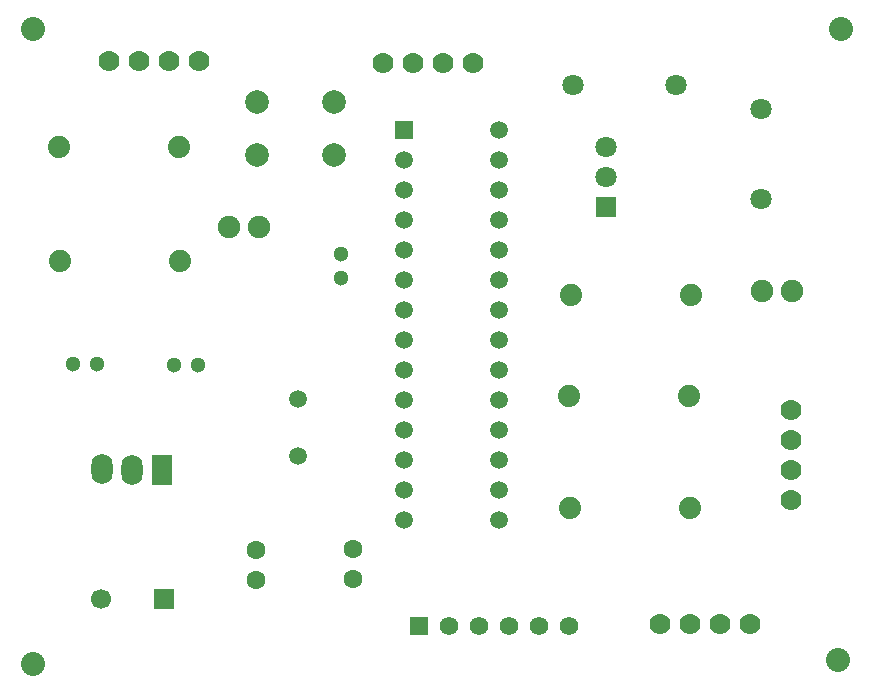
<source format=gbr>
G04*
G04 #@! TF.GenerationSoftware,Altium Limited,Altium Designer,22.4.2 (48)*
G04*
G04 Layer_Color=255*
%FSLAX25Y25*%
%MOIN*%
G70*
G04*
G04 #@! TF.SameCoordinates,05EB306F-8607-470A-85BC-A44C10D5EEA8*
G04*
G04*
G04 #@! TF.FilePolarity,Positive*
G04*
G01*
G75*
%ADD26C,0.07000*%
%ADD37C,0.07087*%
%ADD38C,0.05906*%
%ADD39R,0.05906X0.05906*%
%ADD40C,0.08000*%
%ADD41C,0.07480*%
%ADD42C,0.05118*%
%ADD43C,0.06299*%
%ADD44C,0.06200*%
%ADD45R,0.06200X0.06200*%
%ADD46R,0.06693X0.06693*%
%ADD47C,0.06693*%
%ADD48R,0.07087X0.07087*%
%ADD49C,0.07400*%
%ADD50C,0.07874*%
%ADD51O,0.07087X0.10236*%
%ADD52R,0.07087X0.10236*%
D26*
X125738Y208308D02*
D03*
X135738D02*
D03*
X145738D02*
D03*
X155737D02*
D03*
X64300Y209048D02*
D03*
X54300D02*
D03*
X44300D02*
D03*
X34300D02*
D03*
X261601Y62825D02*
D03*
Y72825D02*
D03*
Y82825D02*
D03*
Y92825D02*
D03*
X217910Y21371D02*
D03*
X227910D02*
D03*
X237910D02*
D03*
X247910D02*
D03*
D37*
X251606Y192954D02*
D03*
Y162953D02*
D03*
X223202Y200904D02*
D03*
X188949D02*
D03*
X199952Y170366D02*
D03*
Y180366D02*
D03*
D38*
X164246Y56151D02*
D03*
Y66151D02*
D03*
Y76151D02*
D03*
Y86151D02*
D03*
Y96151D02*
D03*
Y106151D02*
D03*
Y116151D02*
D03*
Y126151D02*
D03*
Y136151D02*
D03*
Y146151D02*
D03*
Y156151D02*
D03*
Y166151D02*
D03*
Y176151D02*
D03*
Y186151D02*
D03*
X132750Y56151D02*
D03*
Y66151D02*
D03*
Y76151D02*
D03*
Y86151D02*
D03*
Y96151D02*
D03*
Y106151D02*
D03*
Y116151D02*
D03*
Y126151D02*
D03*
Y136151D02*
D03*
Y146151D02*
D03*
Y156151D02*
D03*
Y166151D02*
D03*
Y176151D02*
D03*
X97245Y96498D02*
D03*
Y77285D02*
D03*
D39*
X132750Y186151D02*
D03*
D40*
X8922Y8163D02*
D03*
X277204Y9364D02*
D03*
X8922Y219523D02*
D03*
X278165Y219763D02*
D03*
D41*
X261971Y132422D02*
D03*
X251972D02*
D03*
X74405Y153608D02*
D03*
X84405D02*
D03*
D42*
X111792Y144513D02*
D03*
Y136639D02*
D03*
X63929Y107621D02*
D03*
X56055D02*
D03*
X22370Y107991D02*
D03*
X30244D02*
D03*
D43*
X115753Y46360D02*
D03*
Y36360D02*
D03*
X83178Y45990D02*
D03*
Y35990D02*
D03*
D44*
X187577Y20630D02*
D03*
X177577D02*
D03*
X167578D02*
D03*
X157578D02*
D03*
X147578D02*
D03*
D45*
X137577D02*
D03*
D46*
X52554Y29515D02*
D03*
D47*
X31754D02*
D03*
D48*
X199952Y160366D02*
D03*
D49*
X187556Y97256D02*
D03*
X227556D02*
D03*
X17647Y180175D02*
D03*
X57647D02*
D03*
X18017Y142417D02*
D03*
X58017D02*
D03*
X227926Y59869D02*
D03*
X187926D02*
D03*
X228428Y131131D02*
D03*
X188428D02*
D03*
D50*
X83710Y195326D02*
D03*
X109300D02*
D03*
Y177610D02*
D03*
X83710D02*
D03*
D51*
X42084Y72825D02*
D03*
X32084Y72864D02*
D03*
D52*
X52084Y72825D02*
D03*
M02*

</source>
